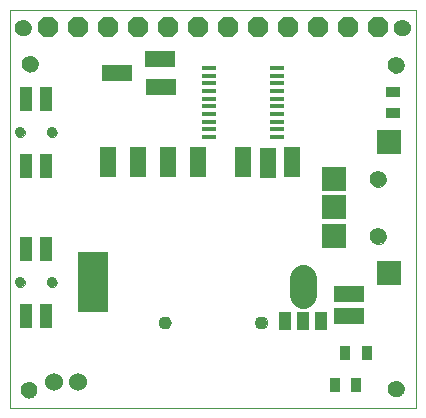
<source format=gbs>
G75*
G70*
%OFA0B0*%
%FSLAX24Y24*%
%IPPOS*%
%LPD*%
%AMOC8*
5,1,8,0,0,1.08239X$1,22.5*
%
%ADD10C,0.0000*%
%ADD11C,0.0552*%
%ADD12C,0.0434*%
%ADD13OC8,0.0670*%
%ADD14R,0.0355X0.0512*%
%ADD15R,0.0512X0.0158*%
%ADD16R,0.1040X0.0540*%
%ADD17R,0.0788X0.0788*%
%ADD18R,0.0540X0.1040*%
%ADD19R,0.1040X0.2040*%
%ADD20R,0.0434X0.0827*%
%ADD21C,0.0355*%
%ADD22C,0.0906*%
%ADD23R,0.0413X0.0620*%
%ADD24R,0.0512X0.0355*%
%ADD25C,0.0600*%
D10*
X000174Y000263D02*
X000174Y013537D01*
X013690Y013537D01*
X013690Y000263D01*
X000174Y000263D01*
X000540Y000869D02*
X000542Y000900D01*
X000548Y000931D01*
X000557Y000961D01*
X000570Y000990D01*
X000587Y001017D01*
X000607Y001041D01*
X000629Y001063D01*
X000655Y001082D01*
X000682Y001098D01*
X000711Y001110D01*
X000741Y001119D01*
X000772Y001124D01*
X000804Y001125D01*
X000835Y001122D01*
X000866Y001115D01*
X000896Y001105D01*
X000924Y001091D01*
X000950Y001073D01*
X000974Y001053D01*
X000995Y001029D01*
X001014Y001004D01*
X001029Y000976D01*
X001040Y000947D01*
X001048Y000916D01*
X001052Y000885D01*
X001052Y000853D01*
X001048Y000822D01*
X001040Y000791D01*
X001029Y000762D01*
X001014Y000734D01*
X000995Y000709D01*
X000974Y000685D01*
X000950Y000665D01*
X000924Y000647D01*
X000896Y000633D01*
X000866Y000623D01*
X000835Y000616D01*
X000804Y000613D01*
X000772Y000614D01*
X000741Y000619D01*
X000711Y000628D01*
X000682Y000640D01*
X000655Y000656D01*
X000629Y000675D01*
X000607Y000697D01*
X000587Y000721D01*
X000570Y000748D01*
X000557Y000777D01*
X000548Y000807D01*
X000542Y000838D01*
X000540Y000869D01*
X000348Y004448D02*
X000350Y004473D01*
X000356Y004497D01*
X000365Y004519D01*
X000378Y004540D01*
X000394Y004559D01*
X000413Y004575D01*
X000434Y004588D01*
X000456Y004597D01*
X000480Y004603D01*
X000505Y004605D01*
X000530Y004603D01*
X000554Y004597D01*
X000576Y004588D01*
X000597Y004575D01*
X000616Y004559D01*
X000632Y004540D01*
X000645Y004519D01*
X000654Y004497D01*
X000660Y004473D01*
X000662Y004448D01*
X000660Y004423D01*
X000654Y004399D01*
X000645Y004377D01*
X000632Y004356D01*
X000616Y004337D01*
X000597Y004321D01*
X000576Y004308D01*
X000554Y004299D01*
X000530Y004293D01*
X000505Y004291D01*
X000480Y004293D01*
X000456Y004299D01*
X000434Y004308D01*
X000413Y004321D01*
X000394Y004337D01*
X000378Y004356D01*
X000365Y004377D01*
X000356Y004399D01*
X000350Y004423D01*
X000348Y004448D01*
X001411Y004448D02*
X001413Y004473D01*
X001419Y004497D01*
X001428Y004519D01*
X001441Y004540D01*
X001457Y004559D01*
X001476Y004575D01*
X001497Y004588D01*
X001519Y004597D01*
X001543Y004603D01*
X001568Y004605D01*
X001593Y004603D01*
X001617Y004597D01*
X001639Y004588D01*
X001660Y004575D01*
X001679Y004559D01*
X001695Y004540D01*
X001708Y004519D01*
X001717Y004497D01*
X001723Y004473D01*
X001725Y004448D01*
X001723Y004423D01*
X001717Y004399D01*
X001708Y004377D01*
X001695Y004356D01*
X001679Y004337D01*
X001660Y004321D01*
X001639Y004308D01*
X001617Y004299D01*
X001593Y004293D01*
X001568Y004291D01*
X001543Y004293D01*
X001519Y004299D01*
X001497Y004308D01*
X001476Y004321D01*
X001457Y004337D01*
X001441Y004356D01*
X001428Y004377D01*
X001419Y004399D01*
X001413Y004423D01*
X001411Y004448D01*
X005127Y003113D02*
X005129Y003140D01*
X005135Y003167D01*
X005144Y003193D01*
X005157Y003217D01*
X005173Y003240D01*
X005192Y003259D01*
X005214Y003276D01*
X005238Y003290D01*
X005263Y003300D01*
X005290Y003307D01*
X005317Y003310D01*
X005345Y003309D01*
X005372Y003304D01*
X005398Y003296D01*
X005422Y003284D01*
X005445Y003268D01*
X005466Y003250D01*
X005483Y003229D01*
X005498Y003205D01*
X005509Y003180D01*
X005517Y003154D01*
X005521Y003127D01*
X005521Y003099D01*
X005517Y003072D01*
X005509Y003046D01*
X005498Y003021D01*
X005483Y002997D01*
X005466Y002976D01*
X005445Y002958D01*
X005423Y002942D01*
X005398Y002930D01*
X005372Y002922D01*
X005345Y002917D01*
X005317Y002916D01*
X005290Y002919D01*
X005263Y002926D01*
X005238Y002936D01*
X005214Y002950D01*
X005192Y002967D01*
X005173Y002986D01*
X005157Y003009D01*
X005144Y003033D01*
X005135Y003059D01*
X005129Y003086D01*
X005127Y003113D01*
X008355Y003113D02*
X008357Y003140D01*
X008363Y003167D01*
X008372Y003193D01*
X008385Y003217D01*
X008401Y003240D01*
X008420Y003259D01*
X008442Y003276D01*
X008466Y003290D01*
X008491Y003300D01*
X008518Y003307D01*
X008545Y003310D01*
X008573Y003309D01*
X008600Y003304D01*
X008626Y003296D01*
X008650Y003284D01*
X008673Y003268D01*
X008694Y003250D01*
X008711Y003229D01*
X008726Y003205D01*
X008737Y003180D01*
X008745Y003154D01*
X008749Y003127D01*
X008749Y003099D01*
X008745Y003072D01*
X008737Y003046D01*
X008726Y003021D01*
X008711Y002997D01*
X008694Y002976D01*
X008673Y002958D01*
X008651Y002942D01*
X008626Y002930D01*
X008600Y002922D01*
X008573Y002917D01*
X008545Y002916D01*
X008518Y002919D01*
X008491Y002926D01*
X008466Y002936D01*
X008442Y002950D01*
X008420Y002967D01*
X008401Y002986D01*
X008385Y003009D01*
X008372Y003033D01*
X008363Y003059D01*
X008357Y003086D01*
X008355Y003113D01*
X012182Y005983D02*
X012184Y006014D01*
X012190Y006045D01*
X012199Y006075D01*
X012212Y006104D01*
X012229Y006131D01*
X012249Y006155D01*
X012271Y006177D01*
X012297Y006196D01*
X012324Y006212D01*
X012353Y006224D01*
X012383Y006233D01*
X012414Y006238D01*
X012446Y006239D01*
X012477Y006236D01*
X012508Y006229D01*
X012538Y006219D01*
X012566Y006205D01*
X012592Y006187D01*
X012616Y006167D01*
X012637Y006143D01*
X012656Y006118D01*
X012671Y006090D01*
X012682Y006061D01*
X012690Y006030D01*
X012694Y005999D01*
X012694Y005967D01*
X012690Y005936D01*
X012682Y005905D01*
X012671Y005876D01*
X012656Y005848D01*
X012637Y005823D01*
X012616Y005799D01*
X012592Y005779D01*
X012566Y005761D01*
X012538Y005747D01*
X012508Y005737D01*
X012477Y005730D01*
X012446Y005727D01*
X012414Y005728D01*
X012383Y005733D01*
X012353Y005742D01*
X012324Y005754D01*
X012297Y005770D01*
X012271Y005789D01*
X012249Y005811D01*
X012229Y005835D01*
X012212Y005862D01*
X012199Y005891D01*
X012190Y005921D01*
X012184Y005952D01*
X012182Y005983D01*
X012182Y007893D02*
X012184Y007924D01*
X012190Y007955D01*
X012199Y007985D01*
X012212Y008014D01*
X012229Y008041D01*
X012249Y008065D01*
X012271Y008087D01*
X012297Y008106D01*
X012324Y008122D01*
X012353Y008134D01*
X012383Y008143D01*
X012414Y008148D01*
X012446Y008149D01*
X012477Y008146D01*
X012508Y008139D01*
X012538Y008129D01*
X012566Y008115D01*
X012592Y008097D01*
X012616Y008077D01*
X012637Y008053D01*
X012656Y008028D01*
X012671Y008000D01*
X012682Y007971D01*
X012690Y007940D01*
X012694Y007909D01*
X012694Y007877D01*
X012690Y007846D01*
X012682Y007815D01*
X012671Y007786D01*
X012656Y007758D01*
X012637Y007733D01*
X012616Y007709D01*
X012592Y007689D01*
X012566Y007671D01*
X012538Y007657D01*
X012508Y007647D01*
X012477Y007640D01*
X012446Y007637D01*
X012414Y007638D01*
X012383Y007643D01*
X012353Y007652D01*
X012324Y007664D01*
X012297Y007680D01*
X012271Y007699D01*
X012249Y007721D01*
X012229Y007745D01*
X012212Y007772D01*
X012199Y007801D01*
X012190Y007831D01*
X012184Y007862D01*
X012182Y007893D01*
X012784Y011696D02*
X012786Y011727D01*
X012792Y011758D01*
X012801Y011788D01*
X012814Y011817D01*
X012831Y011844D01*
X012851Y011868D01*
X012873Y011890D01*
X012899Y011909D01*
X012926Y011925D01*
X012955Y011937D01*
X012985Y011946D01*
X013016Y011951D01*
X013048Y011952D01*
X013079Y011949D01*
X013110Y011942D01*
X013140Y011932D01*
X013168Y011918D01*
X013194Y011900D01*
X013218Y011880D01*
X013239Y011856D01*
X013258Y011831D01*
X013273Y011803D01*
X013284Y011774D01*
X013292Y011743D01*
X013296Y011712D01*
X013296Y011680D01*
X013292Y011649D01*
X013284Y011618D01*
X013273Y011589D01*
X013258Y011561D01*
X013239Y011536D01*
X013218Y011512D01*
X013194Y011492D01*
X013168Y011474D01*
X013140Y011460D01*
X013110Y011450D01*
X013079Y011443D01*
X013048Y011440D01*
X013016Y011441D01*
X012985Y011446D01*
X012955Y011455D01*
X012926Y011467D01*
X012899Y011483D01*
X012873Y011502D01*
X012851Y011524D01*
X012831Y011548D01*
X012814Y011575D01*
X012801Y011604D01*
X012792Y011634D01*
X012786Y011665D01*
X012784Y011696D01*
X012989Y012940D02*
X012991Y012971D01*
X012997Y013002D01*
X013006Y013032D01*
X013019Y013061D01*
X013036Y013088D01*
X013056Y013112D01*
X013078Y013134D01*
X013104Y013153D01*
X013131Y013169D01*
X013160Y013181D01*
X013190Y013190D01*
X013221Y013195D01*
X013253Y013196D01*
X013284Y013193D01*
X013315Y013186D01*
X013345Y013176D01*
X013373Y013162D01*
X013399Y013144D01*
X013423Y013124D01*
X013444Y013100D01*
X013463Y013075D01*
X013478Y013047D01*
X013489Y013018D01*
X013497Y012987D01*
X013501Y012956D01*
X013501Y012924D01*
X013497Y012893D01*
X013489Y012862D01*
X013478Y012833D01*
X013463Y012805D01*
X013444Y012780D01*
X013423Y012756D01*
X013399Y012736D01*
X013373Y012718D01*
X013345Y012704D01*
X013315Y012694D01*
X013284Y012687D01*
X013253Y012684D01*
X013221Y012685D01*
X013190Y012690D01*
X013160Y012699D01*
X013131Y012711D01*
X013104Y012727D01*
X013078Y012746D01*
X013056Y012768D01*
X013036Y012792D01*
X013019Y012819D01*
X013006Y012848D01*
X012997Y012878D01*
X012991Y012909D01*
X012989Y012940D01*
X001411Y009448D02*
X001413Y009473D01*
X001419Y009497D01*
X001428Y009519D01*
X001441Y009540D01*
X001457Y009559D01*
X001476Y009575D01*
X001497Y009588D01*
X001519Y009597D01*
X001543Y009603D01*
X001568Y009605D01*
X001593Y009603D01*
X001617Y009597D01*
X001639Y009588D01*
X001660Y009575D01*
X001679Y009559D01*
X001695Y009540D01*
X001708Y009519D01*
X001717Y009497D01*
X001723Y009473D01*
X001725Y009448D01*
X001723Y009423D01*
X001717Y009399D01*
X001708Y009377D01*
X001695Y009356D01*
X001679Y009337D01*
X001660Y009321D01*
X001639Y009308D01*
X001617Y009299D01*
X001593Y009293D01*
X001568Y009291D01*
X001543Y009293D01*
X001519Y009299D01*
X001497Y009308D01*
X001476Y009321D01*
X001457Y009337D01*
X001441Y009356D01*
X001428Y009377D01*
X001419Y009399D01*
X001413Y009423D01*
X001411Y009448D01*
X000348Y009448D02*
X000350Y009473D01*
X000356Y009497D01*
X000365Y009519D01*
X000378Y009540D01*
X000394Y009559D01*
X000413Y009575D01*
X000434Y009588D01*
X000456Y009597D01*
X000480Y009603D01*
X000505Y009605D01*
X000530Y009603D01*
X000554Y009597D01*
X000576Y009588D01*
X000597Y009575D01*
X000616Y009559D01*
X000632Y009540D01*
X000645Y009519D01*
X000654Y009497D01*
X000660Y009473D01*
X000662Y009448D01*
X000660Y009423D01*
X000654Y009399D01*
X000645Y009377D01*
X000632Y009356D01*
X000616Y009337D01*
X000597Y009321D01*
X000576Y009308D01*
X000554Y009299D01*
X000530Y009293D01*
X000505Y009291D01*
X000480Y009293D01*
X000456Y009299D01*
X000434Y009308D01*
X000413Y009321D01*
X000394Y009337D01*
X000378Y009356D01*
X000365Y009377D01*
X000356Y009399D01*
X000350Y009423D01*
X000348Y009448D01*
X000580Y011735D02*
X000582Y011766D01*
X000588Y011797D01*
X000597Y011827D01*
X000610Y011856D01*
X000627Y011883D01*
X000647Y011907D01*
X000669Y011929D01*
X000695Y011948D01*
X000722Y011964D01*
X000751Y011976D01*
X000781Y011985D01*
X000812Y011990D01*
X000844Y011991D01*
X000875Y011988D01*
X000906Y011981D01*
X000936Y011971D01*
X000964Y011957D01*
X000990Y011939D01*
X001014Y011919D01*
X001035Y011895D01*
X001054Y011870D01*
X001069Y011842D01*
X001080Y011813D01*
X001088Y011782D01*
X001092Y011751D01*
X001092Y011719D01*
X001088Y011688D01*
X001080Y011657D01*
X001069Y011628D01*
X001054Y011600D01*
X001035Y011575D01*
X001014Y011551D01*
X000990Y011531D01*
X000964Y011513D01*
X000936Y011499D01*
X000906Y011489D01*
X000875Y011482D01*
X000844Y011479D01*
X000812Y011480D01*
X000781Y011485D01*
X000751Y011494D01*
X000722Y011506D01*
X000695Y011522D01*
X000669Y011541D01*
X000647Y011563D01*
X000627Y011587D01*
X000610Y011614D01*
X000597Y011643D01*
X000588Y011673D01*
X000582Y011704D01*
X000580Y011735D01*
X000351Y012940D02*
X000353Y012971D01*
X000359Y013002D01*
X000368Y013032D01*
X000381Y013061D01*
X000398Y013088D01*
X000418Y013112D01*
X000440Y013134D01*
X000466Y013153D01*
X000493Y013169D01*
X000522Y013181D01*
X000552Y013190D01*
X000583Y013195D01*
X000615Y013196D01*
X000646Y013193D01*
X000677Y013186D01*
X000707Y013176D01*
X000735Y013162D01*
X000761Y013144D01*
X000785Y013124D01*
X000806Y013100D01*
X000825Y013075D01*
X000840Y013047D01*
X000851Y013018D01*
X000859Y012987D01*
X000863Y012956D01*
X000863Y012924D01*
X000859Y012893D01*
X000851Y012862D01*
X000840Y012833D01*
X000825Y012805D01*
X000806Y012780D01*
X000785Y012756D01*
X000761Y012736D01*
X000735Y012718D01*
X000707Y012704D01*
X000677Y012694D01*
X000646Y012687D01*
X000615Y012684D01*
X000583Y012685D01*
X000552Y012690D01*
X000522Y012699D01*
X000493Y012711D01*
X000466Y012727D01*
X000440Y012746D01*
X000418Y012768D01*
X000398Y012792D01*
X000381Y012819D01*
X000368Y012848D01*
X000359Y012878D01*
X000353Y012909D01*
X000351Y012940D01*
X012784Y000909D02*
X012786Y000940D01*
X012792Y000971D01*
X012801Y001001D01*
X012814Y001030D01*
X012831Y001057D01*
X012851Y001081D01*
X012873Y001103D01*
X012899Y001122D01*
X012926Y001138D01*
X012955Y001150D01*
X012985Y001159D01*
X013016Y001164D01*
X013048Y001165D01*
X013079Y001162D01*
X013110Y001155D01*
X013140Y001145D01*
X013168Y001131D01*
X013194Y001113D01*
X013218Y001093D01*
X013239Y001069D01*
X013258Y001044D01*
X013273Y001016D01*
X013284Y000987D01*
X013292Y000956D01*
X013296Y000925D01*
X013296Y000893D01*
X013292Y000862D01*
X013284Y000831D01*
X013273Y000802D01*
X013258Y000774D01*
X013239Y000749D01*
X013218Y000725D01*
X013194Y000705D01*
X013168Y000687D01*
X013140Y000673D01*
X013110Y000663D01*
X013079Y000656D01*
X013048Y000653D01*
X013016Y000654D01*
X012985Y000659D01*
X012955Y000668D01*
X012926Y000680D01*
X012899Y000696D01*
X012873Y000715D01*
X012851Y000737D01*
X012831Y000761D01*
X012814Y000788D01*
X012801Y000817D01*
X012792Y000847D01*
X012786Y000878D01*
X012784Y000909D01*
D11*
X013040Y000909D03*
X012438Y005983D03*
X012438Y007893D03*
X013040Y011696D03*
X013245Y012940D03*
X000836Y011735D03*
X000607Y012940D03*
X000796Y000869D03*
D12*
X005324Y003113D03*
X008552Y003113D03*
D13*
X008438Y012948D03*
X009438Y012948D03*
X010438Y012948D03*
X011438Y012948D03*
X012438Y012948D03*
X007438Y012948D03*
X006438Y012948D03*
X005438Y012948D03*
X004438Y012948D03*
X003438Y012948D03*
X002438Y012948D03*
X001438Y012948D03*
D14*
X011351Y002106D03*
X012060Y002106D03*
X011700Y001027D03*
X010991Y001027D03*
D15*
X009080Y009296D03*
X009080Y009552D03*
X009080Y009808D03*
X009080Y010064D03*
X009080Y010320D03*
X009080Y010576D03*
X009080Y010832D03*
X009080Y011088D03*
X009080Y011344D03*
X009080Y011600D03*
X006796Y011600D03*
X006796Y011344D03*
X006796Y011088D03*
X006796Y010832D03*
X006796Y010576D03*
X006796Y010320D03*
X006796Y010064D03*
X006796Y009808D03*
X006796Y009552D03*
X006796Y009296D03*
D16*
X005186Y010956D03*
X005182Y011889D03*
X003741Y011420D03*
X011477Y004054D03*
X011470Y003334D03*
D17*
X012812Y004763D03*
X010962Y005983D03*
X010962Y006948D03*
X010962Y007913D03*
X012812Y009133D03*
D18*
X009556Y008448D03*
X008769Y008432D03*
X007938Y008448D03*
X006438Y008448D03*
X005438Y008448D03*
X004438Y008448D03*
X003438Y008448D03*
D19*
X002938Y004448D03*
D20*
X001371Y003346D03*
X000702Y003346D03*
X000702Y005550D03*
X001371Y005550D03*
X001371Y008346D03*
X000702Y008346D03*
X000702Y010550D03*
X001371Y010550D03*
D21*
X001568Y009448D03*
X000505Y009448D03*
X000505Y004448D03*
X001568Y004448D03*
D22*
X009938Y004613D02*
X009938Y004023D01*
D23*
X009938Y003166D03*
X010529Y003166D03*
X009348Y003166D03*
D24*
X012938Y010094D03*
X012938Y010802D03*
D25*
X002430Y001125D03*
X001643Y001125D03*
M02*

</source>
